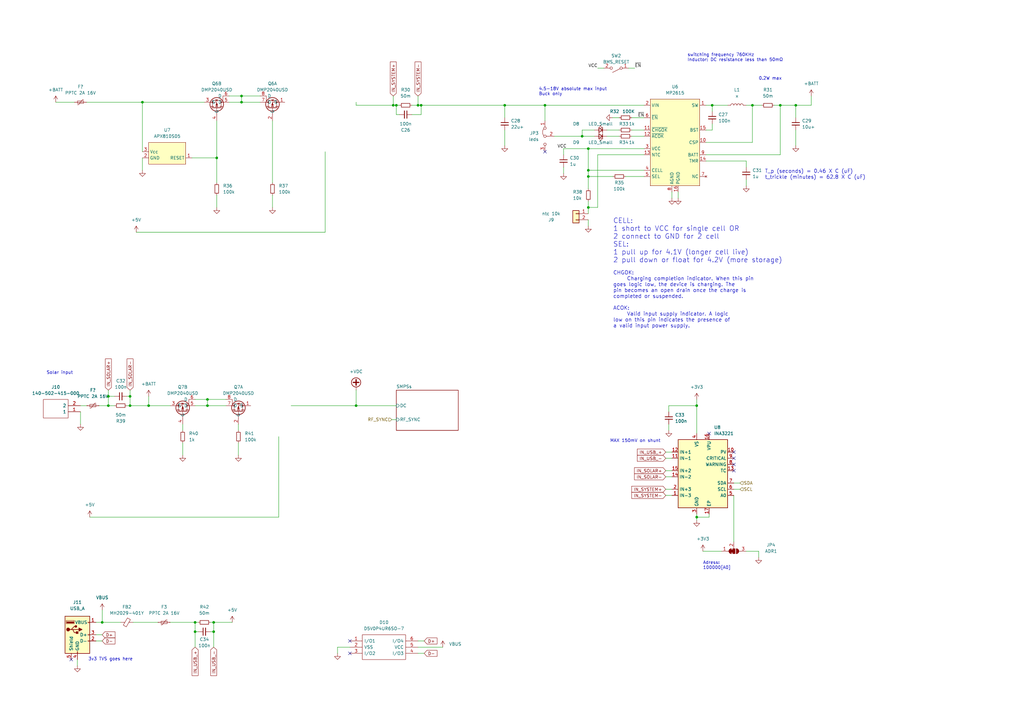
<source format=kicad_sch>
(kicad_sch (version 20211123) (generator eeschema)
  (paper "A3")
  (lib_symbols
    (symbol "Connector:USB_A" (pin_names (offset 1.016))
      (property "Reference" "J" (at -5.08 11.43 0))
      (property "Value" "USB_A" (at -5.08 8.89 0))
      (symbol "USB_A_0_1"
        (rectangle (start -5.08 -7.62) (end 5.08 7.62) (stroke (width 0.254)) (fill (type background)))
        (circle (center -3.81 2.159) (radius 0.635) (stroke (width 0.254)) (fill (type outline)))
        (rectangle (start -1.524 4.826) (end -4.318 5.334) (fill (type outline)))
        (rectangle (start -1.27 4.572) (end -4.572 5.842))
        (circle (center -0.635 3.429) (radius 0.381) (stroke (width 0.254)) (fill (type outline)))
        (rectangle (start -0.127 -7.62) (end 0.127 -6.858))
        (polyline (pts (xy -3.175 2.159) (xy -2.54 2.159) (xy -1.27 3.429) (xy -0.635 3.429)) (stroke (width 0.254)))
        (polyline (pts (xy -2.54 2.159) (xy -1.905 2.159) (xy -1.27 0.889) (xy 0 0.889)) (stroke (width 0.254)))
        (polyline (pts (xy 0.635 2.794) (xy 0.635 1.524) (xy 1.905 2.159) (xy 0.635 2.794)) (stroke (width 0.254)) (fill (type outline)))
        (rectangle (start 0.254 1.27) (end -0.508 0.508) (stroke (width 0.254)) (fill (type outline)))
        (rectangle (start 5.08 -2.667) (end 4.318 -2.413))
        (rectangle (start 5.08 -0.127) (end 4.318 0.127))
        (rectangle (start 5.08 4.953) (end 4.318 5.207))
      )
      (symbol "USB_A_1_1"
        (polyline (pts (xy -1.905 2.159) (xy 0.635 2.159)) (stroke (width 0.254)))
        (pin power_in line (at 7.62 5.08 180) (length 2.54) (name "VBUS") (number "1"))
        (pin bidirectional line (at 7.62 -2.54 180) (length 2.54) (name "D-") (number "2"))
        (pin bidirectional line (at 7.62 0 180) (length 2.54) (name "D+") (number "3"))
        (pin power_in line (at 0 -10.16 90) (length 2.54) (name "GND") (number "4"))
        (pin passive line (at -2.54 -10.16 90) (length 2.54) (name "Shield") (number "5"))
      )
    )
    (symbol "Connector_Generic:Conn_01x02" (pin_names (offset 1.016) hide)
      (property "Reference" "J" (at 0 2.54 0))
      (property "Value" "Conn_01x02" (at 0 -5.08 0))
      (symbol "Conn_01x02_1_1"
        (rectangle (start -1.27 -2.413) (end 0 -2.667) (stroke (width 0.1524)))
        (rectangle (start -1.27 0.127) (end 0 -0.127) (stroke (width 0.1524)))
        (rectangle (start -1.27 1.27) (end 1.27 -3.81) (stroke (width 0.254)) (fill (type background)))
        (pin passive line (at -5.08 0 0) (length 3.81) (name "Pin_1") (number "1"))
        (pin passive line (at -5.08 -2.54 0) (length 3.81) (name "Pin_2") (number "2"))
      )
    )
    (symbol "Device:C_Small" (pin_numbers hide) (pin_names (offset 0.254) hide)
      (property "Reference" "C" (at 0.254 1.778 0))
      (property "Value" "C_Small" (at 0.254 -2.032 0))
      (symbol "C_Small_0_1"
        (polyline (pts (xy -1.524 -0.508) (xy 1.524 -0.508)) (stroke (width 0.3302)))
        (polyline (pts (xy -1.524 0.508) (xy 1.524 0.508)) (stroke (width 0.3048)))
      )
      (symbol "C_Small_1_1"
        (pin passive line (at 0 2.54 270) (length 2.032) (name "~") (number "1"))
        (pin passive line (at 0 -2.54 90) (length 2.032) (name "~") (number "2"))
      )
    )
    (symbol "Device:FerriteBead_Small" (pin_numbers hide) (pin_names (offset 0))
      (property "Reference" "FB" (at 1.905 1.27 0))
      (property "Value" "FerriteBead_Small" (at 1.905 -1.27 0))
      (symbol "FerriteBead_Small_0_1"
        (polyline (pts (xy 0 -1.27) (xy 0 -0.7874)))
        (polyline (pts (xy 0 0.889) (xy 0 1.2954)))
        (polyline (pts (xy -1.8288 0.2794) (xy -1.1176 1.4986) (xy 1.8288 -0.2032) (xy 1.1176 -1.4224) (xy -1.8288 0.2794)))
      )
      (symbol "FerriteBead_Small_1_1"
        (pin passive line (at 0 2.54 270) (length 1.27) (name "~") (number "1"))
        (pin passive line (at 0 -2.54 90) (length 1.27) (name "~") (number "2"))
      )
    )
    (symbol "Device:L" (pin_numbers hide) (pin_names (offset 1.016) hide)
      (property "Reference" "L" (at -1.27 0 90))
      (property "Value" "L" (at 1.905 0 90))
      (symbol "L_0_1"
        (arc (start 0 -2.54) (mid 0.635 -1.905) (end 0 -1.27))
        (arc (start 0 -1.27) (mid 0.635 -0.635) (end 0 0))
        (arc (start 0 0) (mid 0.635 0.635) (end 0 1.27))
        (arc (start 0 1.27) (mid 0.635 1.905) (end 0 2.54))
      )
      (symbol "L_1_1"
        (pin passive line (at 0 3.81 270) (length 1.27) (name "1") (number "1"))
        (pin passive line (at 0 -3.81 90) (length 1.27) (name "2") (number "2"))
      )
    )
    (symbol "Device:LED_Small" (pin_numbers hide) (pin_names (offset 0.254) hide)
      (property "Reference" "D" (at -1.27 3.175 0))
      (property "Value" "LED_Small" (at -4.445 -2.54 0))
      (symbol "LED_Small_0_1"
        (polyline (pts (xy -0.762 -1.016) (xy -0.762 1.016)) (stroke (width 0.254)))
        (polyline (pts (xy 1.016 0) (xy -0.762 0)))
        (polyline (pts (xy 0.762 -1.016) (xy -0.762 0) (xy 0.762 1.016) (xy 0.762 -1.016)) (stroke (width 0.254)))
        (polyline (pts (xy 0 0.762) (xy -0.508 1.27) (xy -0.254 1.27) (xy -0.508 1.27) (xy -0.508 1.016)))
        (polyline (pts (xy 0.508 1.27) (xy 0 1.778) (xy 0.254 1.778) (xy 0 1.778) (xy 0 1.524)))
      )
      (symbol "LED_Small_1_1"
        (pin passive line (at -2.54 0 0) (length 1.778) (name "K") (number "1"))
        (pin passive line (at 2.54 0 180) (length 1.778) (name "A") (number "2"))
      )
    )
    (symbol "Device:Polyfuse_Small" (pin_numbers hide) (pin_names (offset 0))
      (property "Reference" "F" (at -1.905 0 90))
      (property "Value" "Polyfuse_Small" (at 1.905 0 90))
      (symbol "Polyfuse_Small_0_1"
        (rectangle (start -0.508 1.27) (end 0.508 -1.27))
        (polyline (pts (xy 0 2.54) (xy 0 -2.54)))
        (polyline (pts (xy -1.016 1.27) (xy -1.016 0.762) (xy 1.016 -0.762) (xy 1.016 -1.27)))
      )
      (symbol "Polyfuse_Small_1_1"
        (pin passive line (at 0 2.54 270) (length 0.635) (name "~") (number "1"))
        (pin passive line (at 0 -2.54 90) (length 0.635) (name "~") (number "2"))
      )
    )
    (symbol "Device:R_Small" (pin_numbers hide) (pin_names (offset 0.254) hide)
      (property "Reference" "R" (at 0.762 0.508 0))
      (property "Value" "R_Small" (at 0.762 -1.016 0))
      (symbol "R_Small_0_1"
        (rectangle (start -0.762 1.778) (end 0.762 -1.778) (stroke (width 0.2032)))
      )
      (symbol "R_Small_1_1"
        (pin passive line (at 0 2.54 270) (length 0.762) (name "~") (number "1"))
        (pin passive line (at 0 -2.54 90) (length 0.762) (name "~") (number "2"))
      )
    )
    (symbol "Jumper:Jumper_3_Bridged12" (pin_names (offset 0) hide)
      (property "Reference" "JP" (at -2.54 -2.54 0))
      (property "Value" "Jumper_3_Bridged12" (at 0 2.794 0))
      (symbol "Jumper_3_Bridged12_0_0"
        (circle (center -3.302 0) (radius 0.508))
        (circle (center 0 0) (radius 0.508))
        (circle (center 3.302 0) (radius 0.508))
      )
      (symbol "Jumper_3_Bridged12_0_1"
        (arc (start -0.254 0.508) (mid -1.651 0.9912) (end -3.048 0.508))
        (polyline (pts (xy 0 -1.27) (xy 0 -0.508)))
      )
      (symbol "Jumper_3_Bridged12_1_1"
        (pin passive line (at -6.35 0 0) (length 2.54) (name "A") (number "1"))
        (pin passive line (at 0 -3.81 90) (length 2.54) (name "C") (number "2"))
        (pin passive line (at 6.35 0 180) (length 2.54) (name "B") (number "3"))
      )
    )
    (symbol "Jumper:SolderJumper_3_Bridged12" (pin_names (offset 0) hide)
      (property "Reference" "JP" (at -2.54 -2.54 0))
      (property "Value" "SolderJumper_3_Bridged12" (at 0 2.794 0))
      (symbol "SolderJumper_3_Bridged12_0_1"
        (rectangle (start -1.016 0.508) (end -0.508 -0.508) (fill (type outline)))
        (arc (start -1.016 1.016) (mid -2.032 0) (end -1.016 -1.016))
        (arc (start -1.016 1.016) (mid -2.032 0) (end -1.016 -1.016) (fill (type outline)))
        (rectangle (start -0.508 1.016) (end 0.508 -1.016) (fill (type outline)))
        (polyline (pts (xy -2.54 0) (xy -2.032 0)))
        (polyline (pts (xy -1.016 1.016) (xy -1.016 -1.016)))
        (polyline (pts (xy 0 -1.27) (xy 0 -1.016)))
        (polyline (pts (xy 1.016 1.016) (xy 1.016 -1.016)))
        (polyline (pts (xy 2.54 0) (xy 2.032 0)))
        (arc (start 1.016 -1.016) (mid 2.032 0) (end 1.016 1.016))
        (arc (start 1.016 -1.016) (mid 2.032 0) (end 1.016 1.016) (fill (type outline)))
      )
      (symbol "SolderJumper_3_Bridged12_1_1"
        (pin passive line (at -5.08 0 0) (length 2.54) (name "A") (number "1"))
        (pin passive line (at 0 -3.81 90) (length 2.54) (name "C") (number "2"))
        (pin passive line (at 5.08 0 180) (length 2.54) (name "B") (number "3"))
      )
    )
    (symbol "My_custom_lib:APX810S05"
      (property "Reference" "U" (at 0 6.35 0))
      (property "Value" "APX810S05" (at 0 3.81 0))
      (symbol "APX810S05_0_1"
        (rectangle (start -6.35 5.08) (end 8.89 -3.81) (fill (type background)))
      )
      (symbol "APX810S05_1_1"
        (pin output line (at 11.43 -1.27 180) (length 2.54) (name "RESET") (number "1"))
        (pin power_in line (at -8.89 -1.27 0) (length 2.54) (name "GND") (number "2"))
        (pin power_in line (at -8.89 1.27 0) (length 2.54) (name "Vcc") (number "3"))
      )
    )
    (symbol "My_custom_lib:DMP2040USD"
      (property "Reference" "Q" (at -7.62 5.08 0))
      (property "Value" "DMP2040USD" (at -7.62 7.62 0))
      (symbol "DMP2040USD_0_1"
        (circle (center -0.889 0) (radius 2.794) (stroke (width 0.254)))
        (circle (center 0 -1.778) (radius 0.254) (fill (type outline)))
        (polyline (pts (xy -2.286 0) (xy -5.08 0)))
        (polyline (pts (xy -2.286 1.905) (xy -2.286 -1.905)) (stroke (width 0.254)))
        (polyline (pts (xy -1.778 -1.27) (xy -1.778 -2.286)) (stroke (width 0.254)))
        (polyline (pts (xy -1.778 0.508) (xy -1.778 -0.508)) (stroke (width 0.254)))
        (polyline (pts (xy -1.778 2.286) (xy -1.778 1.27)) (stroke (width 0.254)))
        (polyline (pts (xy 0 2.54) (xy 0 1.778)))
        (polyline (pts (xy 2.54 2.54) (xy 0 2.54)))
        (polyline (pts (xy 0 -2.54) (xy 0 0) (xy -1.778 0)))
        (polyline (pts (xy -1.778 1.778) (xy 0.762 1.778) (xy 0.762 -1.778) (xy -1.778 -1.778)))
        (polyline (pts (xy -0.254 0) (xy -1.27 0.381) (xy -1.27 -0.381) (xy -0.254 0)) (fill (type outline)))
        (polyline (pts (xy 0.254 -0.508) (xy 0.381 -0.381) (xy 1.143 -0.381) (xy 1.27 -0.254)))
        (polyline (pts (xy 0.762 -0.381) (xy 0.381 0.254) (xy 1.143 0.254) (xy 0.762 -0.381)))
        (circle (center 0 1.778) (radius 0.254) (fill (type outline)))
      )
      (symbol "DMP2040USD_1_1"
        (pin passive line (at 0 -5.08 90) (length 2.54) (name "S") (number "1"))
        (pin passive line (at -7.62 0 0) (length 2.54) (name "G") (number "2"))
        (pin passive line (at 0 5.08 270) (length 2.54) (name "D") (number "7"))
        (pin passive line (at 2.54 5.08 270) (length 2.54) (name "D") (number "8"))
      )
      (symbol "DMP2040USD_2_1"
        (pin passive line (at 0 -5.08 90) (length 2.54) (name "S") (number "3"))
        (pin passive line (at -7.62 0 0) (length 2.54) (name "G") (number "4"))
        (pin passive line (at 0 5.08 270) (length 2.54) (name "D") (number "5"))
        (pin passive line (at 2.54 5.08 270) (length 2.54) (name "D") (number "6"))
      )
    )
    (symbol "My_custom_lib:MP2615"
      (property "Reference" "U" (at 0 22.86 0))
      (property "Value" "MP2615" (at 0 20.32 0))
      (symbol "MP2615_0_1"
        (rectangle (start -10.16 17.78) (end 10.16 -17.78) (fill (type background)))
      )
      (symbol "MP2615_1_1"
        (pin power_out line (at 12.7 15.24 180) (length 2.54) (name "SW") (number "1"))
        (pin input line (at 12.7 0 180) (length 2.54) (name "CSP") (number "10"))
        (pin input line (at -12.7 5.08 0) (length 2.54) (name "~{CHGOK}") (number "11"))
        (pin input line (at -12.7 2.54 0) (length 2.54) (name "~{ACOK}") (number "12"))
        (pin input line (at -12.7 -5.08 0) (length 2.54) (name "NTC") (number "13"))
        (pin input line (at 12.7 -7.62 180) (length 2.54) (name "TMR") (number "14"))
        (pin input line (at 12.7 5.08 180) (length 2.54) (name "BST") (number "15"))
        (pin power_in line (at 1.27 -20.32 90) (length 2.54) (name "PGND") (number "16"))
        (pin power_in line (at -12.7 15.24 0) (length 2.54) (name "VIN") (number "2"))
        (pin power_out line (at -12.7 -2.54 0) (length 2.54) (name "VCC") (number "3"))
        (pin input line (at -12.7 -11.43 0) (length 2.54) (name "CELL") (number "4"))
        (pin input line (at -12.7 -13.97 0) (length 2.54) (name "SEL") (number "5"))
        (pin input line (at -12.7 10.16 0) (length 2.54) (name "~{EN}") (number "6"))
        (pin no_connect line (at 12.7 -13.97 180) (length 2.54) (name "NC") (number "7"))
        (pin power_in line (at -1.27 -20.32 90) (length 2.54) (name "AGND") (number "8"))
        (pin input line (at 12.7 -5.08 180) (length 2.54) (name "BATT") (number "9"))
      )
    )
    (symbol "Power_Management:INA3221"
      (property "Reference" "U" (at -10.16 17.78 0))
      (property "Value" "INA3221" (at 5.08 17.78 0))
      (symbol "INA3221_0_1"
        (rectangle (start 10.16 -12.7) (end -10.16 15.24) (stroke (width 0.254)) (fill (type background)))
      )
      (symbol "INA3221_1_1"
        (pin input line (at -12.7 -7.62 0) (length 2.54) (name "IN-3") (number "1"))
        (pin open_collector line (at 12.7 10.16 180) (length 2.54) (name "PV") (number "10"))
        (pin input line (at -12.7 7.62 0) (length 2.54) (name "IN-1") (number "11"))
        (pin input line (at -12.7 10.16 0) (length 2.54) (name "IN+1") (number "12"))
        (pin open_collector line (at 12.7 2.54 180) (length 2.54) (name "TC") (number "13"))
        (pin input line (at -12.7 0 0) (length 2.54) (name "IN-2") (number "14"))
        (pin input line (at -12.7 2.54 0) (length 2.54) (name "IN+2") (number "15"))
        (pin power_in line (at 2.54 17.78 270) (length 2.54) (name "VPU") (number "16"))
        (pin passive line (at 2.54 -15.24 90) (length 2.54) (name "EP") (number "17"))
        (pin input line (at -12.7 -5.08 0) (length 2.54) (name "IN+3") (number "2"))
        (pin power_in line (at -2.54 -15.24 90) (length 2.54) (name "GND") (number "3"))
        (pin power_in line (at -2.54 17.78 270) (length 2.54) (name "VS") (number "4"))
        (pin input line (at 12.7 -7.62 180) (length 2.54) (name "A0") (number "5"))
        (pin input line (at 12.7 -5.08 180) (length 2.54) (name "SCL") (number "6"))
        (pin bidirectional line (at 12.7 -2.54 180) (length 2.54) (name "SDA") (number "7"))
        (pin open_collector line (at 12.7 5.08 180) (length 2.54) (name "WARNING") (number "8"))
        (pin open_collector line (at 12.7 7.62 180) (length 2.54) (name "CRITICAL") (number "9"))
      )
    )
    (symbol "SamacSys_Parts:140-502-415-000" (pin_names (offset 0.762))
      (property "Reference" "J" (at 16.51 7.62 0))
      (property "Value" "140-502-415-000" (at 16.51 5.08 0))
      (symbol "140-502-415-000_0_0"
        (pin passive line (at 0 0 0) (length 5.08) (name "1") (number "1"))
        (pin passive line (at 0 -2.54 0) (length 5.08) (name "2") (number "2"))
      )
      (symbol "140-502-415-000_0_1"
        (polyline (pts (xy 5.08 2.54) (xy 15.24 2.54) (xy 15.24 -5.08) (xy 5.08 -5.08) (xy 5.08 2.54)) (stroke (width 0.1524)))
      )
    )
    (symbol "SamacSys_Parts:D5V0P4UR6SO-7" (pin_names (offset 0.762))
      (property "Reference" "D" (at 24.13 7.62 0))
      (property "Value" "D5V0P4UR6SO-7" (at 24.13 5.08 0))
      (symbol "D5V0P4UR6SO-7_0_0"
        (pin passive line (at 0 0 0) (length 5.08) (name "I/O1") (number "1"))
        (pin passive line (at 0 -2.54 0) (length 5.08) (name "VSS") (number "2"))
        (pin passive line (at 0 -5.08 0) (length 5.08) (name "I/O2") (number "3"))
        (pin passive line (at 27.94 -5.08 180) (length 5.08) (name "I/O3") (number "4"))
        (pin passive line (at 27.94 -2.54 180) (length 5.08) (name "VCC") (number "5"))
        (pin passive line (at 27.94 0 180) (length 5.08) (name "I/O4") (number "6"))
      )
      (symbol "D5V0P4UR6SO-7_0_1"
        (polyline (pts (xy 5.08 2.54) (xy 22.86 2.54) (xy 22.86 -7.62) (xy 5.08 -7.62) (xy 5.08 2.54)) (stroke (width 0.1524)))
      )
    )
    (symbol "Switch:SW_SPST" (pin_names (offset 0) hide)
      (property "Reference" "SW" (at 0 3.175 0))
      (property "Value" "SW_SPST" (at 0 -2.54 0))
      (symbol "SW_SPST_0_0"
        (circle (center -2.032 0) (radius 0.508))
        (polyline (pts (xy -1.524 0.254) (xy 1.524 1.778)))
        (circle (center 2.032 0) (radius 0.508))
      )
      (symbol "SW_SPST_1_1"
        (pin passive line (at -5.08 0 0) (length 2.54) (name "A") (number "1"))
        (pin passive line (at 5.08 0 180) (length 2.54) (name "B") (number "2"))
      )
    )
    (symbol "power:+3V3" (power) (pin_names (offset 0))
      (property "Value" "+3V3" (at 0 3.556 0))
      (symbol "+3V3_0_1"
        (polyline (pts (xy -0.762 1.27) (xy 0 2.54)))
        (polyline (pts (xy 0 0) (xy 0 2.54)))
        (polyline (pts (xy 0 2.54) (xy 0.762 1.27)))
      )
      (symbol "+3V3_1_1"
        (pin power_in line (at 0 0 90) (length 0) hide (name "+3V3") (number "1"))
      )
    )
    (symbol "power:+5V" (power) (pin_names (offset 0))
      (property "Value" "+5V" (at 0 3.556 0))
      (symbol "+5V_0_1"
        (polyline (pts (xy -0.762 1.27) (xy 0 2.54)))
        (polyline (pts (xy 0 0) (xy 0 2.54)))
        (polyline (pts (xy 0 2.54) (xy 0.762 1.27)))
      )
      (symbol "+5V_1_1"
        (pin power_in line (at 0 0 90) (length 0) hide (name "+5V") (number "1"))
      )
    )
    (symbol "power:+BATT" (power) (pin_names (offset 0))
      (property "Value" "+BATT" (at 0 3.556 0))
      (symbol "+BATT_0_1"
        (polyline (pts (xy -0.762 1.27) (xy 0 2.54)))
        (polyline (pts (xy 0 0) (xy 0 2.54)))
        (polyline (pts (xy 0 2.54) (xy 0.762 1.27)))
      )
      (symbol "+BATT_1_1"
        (pin power_in line (at 0 0 90) (length 0) hide (name "+BATT") (number "1"))
      )
    )
    (symbol "power:+VDC" (power) (pin_names (offset 0))
      (property "Value" "+VDC" (at 0 6.35 0))
      (symbol "+VDC_0_1"
        (polyline (pts (xy -1.143 3.175) (xy 1.143 3.175)) (stroke (width 0.508)))
        (polyline (pts (xy 0 0) (xy 0 1.27)))
        (polyline (pts (xy 0 2.032) (xy 0 4.318)) (stroke (width 0.508)))
        (circle (center 0 3.175) (radius 1.905) (stroke (width 0.254)))
      )
      (symbol "+VDC_1_1"
        (pin power_in line (at 0 0 90) (length 0) hide (name "+VDC") (number "1"))
      )
    )
    (symbol "power:GND" (power) (pin_names (offset 0))
      (property "Value" "GND" (at 0 -3.81 0))
      (symbol "GND_0_1"
        (polyline (pts (xy 0 0) (xy 0 -1.27) (xy 1.27 -1.27) (xy 0 -2.54) (xy -1.27 -1.27) (xy 0 -1.27)))
      )
      (symbol "GND_1_1"
        (pin power_in line (at 0 0 270) (length 0) hide (name "GND") (number "1"))
      )
    )
    (symbol "power:VBUS" (power) (pin_names (offset 0))
      (property "Value" "VBUS" (at 0 3.81 0))
      (symbol "VBUS_0_1"
        (polyline (pts (xy -0.762 1.27) (xy 0 2.54)))
        (polyline (pts (xy 0 0) (xy 0 2.54)))
        (polyline (pts (xy 0 2.54) (xy 0.762 1.27)))
      )
      (symbol "VBUS_1_1"
        (pin power_in line (at 0 0 90) (length 0) hide (name "VBUS") (number "1"))
      )
    )
  )
  (junction (at 241.3 72.39))
  (junction (at 53.34 166.37))
  (junction (at 88.9 64.77))
  (junction (at 58.42 41.91))
  (junction (at 80.01 259.08))
  (junction (at 41.91 255.27))
  (junction (at 285.75 166.37))
  (junction (at 44.45 162.56))
  (junction (at 53.34 162.56))
  (junction (at 308.61 43.18))
  (junction (at 44.45 166.37))
  (junction (at 146.05 166.37))
  (junction (at 80.01 255.27))
  (junction (at 99.06 39.37))
  (junction (at 161.29 43.18))
  (junction (at 241.3 60.96))
  (junction (at 320.04 43.18))
  (junction (at 207.01 43.18))
  (junction (at 85.09 166.37))
  (junction (at 172.72 43.18))
  (junction (at 171.45 43.18))
  (junction (at 87.63 259.08))
  (junction (at 326.39 43.18))
  (junction (at 223.52 43.18))
  (junction (at 292.1 43.18))
  (junction (at 85.09 163.83))
  (junction (at 238.76 55.88))
  (junction (at 162.56 43.18))
  (junction (at 99.06 41.91))
  (junction (at 241.3 85.09))
  (junction (at 87.63 255.27))
  (junction (at 285.75 212.09))
  (junction (at 241.3 69.85))
  (junction (at 60.96 166.37))
  (no_connect (at 300.99 193.04))
  (no_connect (at 29.21 270.51))
  (no_connect (at 300.99 190.5))
  (no_connect (at 143.51 267.97))
  (no_connect (at 143.51 262.89))
  (no_connect (at 300.99 187.96))
  (no_connect (at 223.52 62.23))
  (no_connect (at 290.83 177.8))
  (no_connect (at 300.99 185.42))
  (wire (pts (xy 306.07 43.18) (xy 308.61 43.18)))
  (wire (pts (xy 231.14 63.5) (xy 231.14 60.96)))
  (wire (pts (xy 58.42 41.91) (xy 83.82 41.91)))
  (wire (pts (xy 97.79 181.61) (xy 97.79 186.69)))
  (wire (pts (xy 44.45 162.56) (xy 46.99 162.56)))
  (wire (pts (xy 22.86 41.91) (xy 30.48 41.91)))
  (wire (pts (xy 60.96 162.56) (xy 60.96 166.37)))
  (wire (pts (xy 285.75 166.37) (xy 285.75 177.8)))
  (wire (pts (xy 86.36 255.27) (xy 87.63 255.27)))
  (wire (pts (xy 168.91 46.99) (xy 172.72 46.99)))
  (wire (pts (xy 171.45 262.89) (xy 173.99 262.89)))
  (wire (pts (xy 238.76 53.34) (xy 238.76 55.88)))
  (wire (pts (xy 40.64 166.37) (xy 44.45 166.37)))
  (wire (pts (xy 292.1 53.34) (xy 292.1 50.8)))
  (wire (pts (xy 172.72 43.18) (xy 207.01 43.18)))
  (wire (pts (xy 53.34 166.37) (xy 53.34 162.56)))
  (wire (pts (xy 87.63 259.08) (xy 87.63 265.43)))
  (wire (pts (xy 241.3 72.39) (xy 251.46 72.39)))
  (wire (pts (xy 41.91 250.19) (xy 41.91 255.27)))
  (wire (pts (xy 87.63 255.27) (xy 87.63 259.08)))
  (wire (pts (xy 278.13 78.74) (xy 278.13 81.28)))
  (wire (pts (xy 53.34 162.56) (xy 53.34 160.02)))
  (wire (pts (xy 88.9 64.77) (xy 88.9 74.93)))
  (wire (pts (xy 181.61 265.43) (xy 171.45 265.43)))
  (wire (pts (xy 300.99 200.66) (xy 303.53 200.66)))
  (wire (pts (xy 308.61 58.42) (xy 308.61 43.18)))
  (wire (pts (xy 275.59 78.74) (xy 275.59 81.28)))
  (wire (pts (xy 33.02 166.37) (xy 35.56 166.37)))
  (wire (pts (xy 306.07 73.66) (xy 306.07 76.2)))
  (wire (pts (xy 317.5 43.18) (xy 320.04 43.18)))
  (wire (pts (xy 41.91 255.27) (xy 49.53 255.27)))
  (wire (pts (xy 93.98 39.37) (xy 99.06 39.37)))
  (wire (pts (xy 55.88 95.25) (xy 133.35 95.25)))
  (wire (pts (xy 285.75 210.82) (xy 285.75 212.09)))
  (wire (pts (xy 171.45 39.37) (xy 171.45 43.18)))
  (wire (pts (xy 99.06 39.37) (xy 99.06 41.91)))
  (wire (pts (xy 241.3 69.85) (xy 241.3 72.39)))
  (wire (pts (xy 306.07 68.58) (xy 306.07 66.04)))
  (wire (pts (xy 245.11 27.94) (xy 247.65 27.94)))
  (wire (pts (xy 161.29 39.37) (xy 161.29 43.18)))
  (wire (pts (xy 259.08 55.88) (xy 264.16 55.88)))
  (wire (pts (xy 308.61 43.18) (xy 312.42 43.18)))
  (wire (pts (xy 320.04 63.5) (xy 289.56 63.5)))
  (wire (pts (xy 80.01 259.08) (xy 81.28 259.08)))
  (wire (pts (xy 306.07 226.06) (xy 311.15 226.06)))
  (wire (pts (xy 251.2496 48.26) (xy 254 48.26)))
  (wire (pts (xy 58.42 64.77) (xy 58.42 69.85)))
  (wire (pts (xy 231.14 68.58) (xy 231.14 71.12)))
  (wire (pts (xy 300.99 203.2) (xy 300.99 222.25)))
  (wire (pts (xy 31.75 270.51) (xy 31.75 273.05)))
  (wire (pts (xy 227.33 55.88) (xy 238.76 55.88)))
  (wire (pts (xy 99.06 41.91) (xy 106.68 41.91)))
  (wire (pts (xy 248.92 53.34) (xy 254 53.34)))
  (wire (pts (xy 241.3 85.09) (xy 245.11 85.09)))
  (wire (pts (xy 163.83 46.99) (xy 162.56 46.99)))
  (wire (pts (xy 111.76 49.53) (xy 111.76 74.93)))
  (wire (pts (xy 274.32 173.99) (xy 274.32 176.53)))
  (wire (pts (xy 53.34 166.37) (xy 60.96 166.37)))
  (wire (pts (xy 320.04 43.18) (xy 326.39 43.18)))
  (wire (pts (xy 39.37 262.89) (xy 41.91 262.89)))
  (wire (pts (xy 74.93 173.99) (xy 74.93 176.53)))
  (wire (pts (xy 288.29 226.06) (xy 295.91 226.06)))
  (wire (pts (xy 80.01 163.83) (xy 85.09 163.83)))
  (wire (pts (xy 320.04 43.18) (xy 320.04 63.5)))
  (wire (pts (xy 207.01 43.18) (xy 223.52 43.18)))
  (wire (pts (xy 241.3 90.17) (xy 241.3 92.71)))
  (wire (pts (xy 138.43 265.43) (xy 143.51 265.43)))
  (wire (pts (xy 74.93 181.61) (xy 74.93 186.69)))
  (wire (pts (xy 223.52 49.53) (xy 223.52 43.18)))
  (wire (pts (xy 290.83 212.09) (xy 285.75 212.09)))
  (wire (pts (xy 146.05 43.18) (xy 161.29 43.18)))
  (wire (pts (xy 171.45 267.97) (xy 173.99 267.97)))
  (wire (pts (xy 273.05 200.66) (xy 275.59 200.66)))
  (wire (pts (xy 114.3 179.07) (xy 114.3 212.09)))
  (wire (pts (xy 58.42 41.91) (xy 58.42 62.23)))
  (wire (pts (xy 35.56 41.91) (xy 58.42 41.91)))
  (wire (pts (xy 88.9 49.53) (xy 88.9 64.77)))
  (wire (pts (xy 273.05 185.42) (xy 275.59 185.42)))
  (wire (pts (xy 80.01 255.27) (xy 81.28 255.27)))
  (wire (pts (xy 33.02 168.91) (xy 33.02 173.99)))
  (wire (pts (xy 207.01 53.34) (xy 207.01 59.69)))
  (wire (pts (xy 146.05 41.91) (xy 146.05 43.18)))
  (wire (pts (xy 207.01 43.18) (xy 207.01 48.26)))
  (wire (pts (xy 162.56 43.18) (xy 162.56 46.99)))
  (wire (pts (xy 290.83 210.82) (xy 290.83 212.09)))
  (wire (pts (xy 311.15 226.06) (xy 311.15 228.6)))
  (wire (pts (xy 97.79 173.99) (xy 97.79 176.53)))
  (wire (pts (xy 161.29 43.18) (xy 162.56 43.18)))
  (wire (pts (xy 241.3 60.96) (xy 241.3 69.85)))
  (wire (pts (xy 87.63 255.27) (xy 95.25 255.27)))
  (wire (pts (xy 259.08 48.26) (xy 264.16 48.26)))
  (wire (pts (xy 241.3 85.09) (xy 241.3 82.55)))
  (wire (pts (xy 85.09 163.83) (xy 85.09 166.37)))
  (wire (pts (xy 326.39 43.18) (xy 332.74 43.18)))
  (wire (pts (xy 39.37 260.35) (xy 41.91 260.35)))
  (wire (pts (xy 231.14 60.96) (xy 241.3 60.96)))
  (wire (pts (xy 162.56 43.18) (xy 163.83 43.18)))
  (wire (pts (xy 241.3 87.63) (xy 241.3 85.09)))
  (wire (pts (xy 44.45 166.37) (xy 46.99 166.37)))
  (wire (pts (xy 85.09 163.83) (xy 92.71 163.83)))
  (wire (pts (xy 160.655 172.085) (xy 162.56 172.085)))
  (wire (pts (xy 241.3 60.96) (xy 264.16 60.96)))
  (wire (pts (xy 274.32 168.91) (xy 274.32 166.37)))
  (wire (pts (xy 111.76 80.01) (xy 111.76 85.09)))
  (wire (pts (xy 85.09 166.37) (xy 92.71 166.37)))
  (wire (pts (xy 138.43 265.43) (xy 138.43 267.97)))
  (wire (pts (xy 80.01 265.43) (xy 80.01 259.08)))
  (wire (pts (xy 326.39 53.34) (xy 326.39 59.69)))
  (wire (pts (xy 54.61 255.27) (xy 64.77 255.27)))
  (wire (pts (xy 273.05 203.2) (xy 275.59 203.2)))
  (wire (pts (xy 245.11 63.5) (xy 245.11 85.09)))
  (wire (pts (xy 289.56 53.34) (xy 292.1 53.34)))
  (wire (pts (xy 36.83 212.09) (xy 114.3 212.09)))
  (wire (pts (xy 168.91 43.18) (xy 171.45 43.18)))
  (wire (pts (xy 326.39 43.18) (xy 326.39 48.26)))
  (wire (pts (xy 223.52 43.18) (xy 264.16 43.18)))
  (wire (pts (xy 93.98 41.91) (xy 99.06 41.91)))
  (wire (pts (xy 52.07 162.56) (xy 53.34 162.56)))
  (wire (pts (xy 289.56 66.04) (xy 306.07 66.04)))
  (wire (pts (xy 273.05 193.04) (xy 275.59 193.04)))
  (wire (pts (xy 241.3 72.39) (xy 241.3 77.47)))
  (wire (pts (xy 60.96 166.37) (xy 69.85 166.37)))
  (wire (pts (xy 86.36 259.08) (xy 87.63 259.08)))
  (wire (pts (xy 257.81 27.94) (xy 260.35 27.94)))
  (wire (pts (xy 292.1 43.18) (xy 298.45 43.18)))
  (wire (pts (xy 44.45 162.56) (xy 44.45 160.02)))
  (wire (pts (xy 256.54 72.39) (xy 264.16 72.39)))
  (wire (pts (xy 99.06 39.37) (xy 106.68 39.37)))
  (wire (pts (xy 285.75 163.83) (xy 285.75 166.37)))
  (wire (pts (xy 238.76 55.88) (xy 243.84 55.88)))
  (wire (pts (xy 289.56 43.18) (xy 292.1 43.18)))
  (wire (pts (xy 285.75 212.09) (xy 285.75 213.36)))
  (wire (pts (xy 171.45 43.18) (xy 172.72 43.18)))
  (wire (pts (xy 172.72 46.99) (xy 172.72 43.18)))
  (wire (pts (xy 39.37 255.27) (xy 41.91 255.27)))
  (wire (pts (xy 300.99 198.12) (xy 303.53 198.12)))
  (wire (pts (xy 146.05 166.37) (xy 162.56 166.37)))
  (wire (pts (xy 80.01 166.37) (xy 85.09 166.37)))
  (wire (pts (xy 273.05 187.96) (xy 275.59 187.96)))
  (wire (pts (xy 248.92 55.88) (xy 254 55.88)))
  (wire (pts (xy 289.56 58.42) (xy 308.61 58.42)))
  (wire (pts (xy 44.45 166.37) (xy 44.45 162.56)))
  (wire (pts (xy 332.74 39.37) (xy 332.74 43.18)))
  (wire (pts (xy 80.01 255.27) (xy 80.01 259.08)))
  (wire (pts (xy 69.85 255.27) (xy 80.01 255.27)))
  (wire (pts (xy 78.74 64.77) (xy 88.9 64.77)))
  (wire (pts (xy 52.07 166.37) (xy 53.34 166.37)))
  (wire (pts (xy 273.05 195.58) (xy 275.59 195.58)))
  (wire (pts (xy 292.1 45.72) (xy 292.1 43.18)))
  (wire (pts (xy 274.32 166.37) (xy 285.75 166.37)))
  (wire (pts (xy 243.84 53.34) (xy 238.76 53.34)))
  (wire (pts (xy 119.38 166.37) (xy 146.05 166.37)))
  (wire (pts (xy 146.05 160.02) (xy 146.05 166.37)))
  (wire (pts (xy 88.9 80.01) (xy 88.9 85.09)))
  (wire (pts (xy 133.35 62.23) (xy 133.35 95.25)))
  (wire (pts (xy 259.08 53.34) (xy 264.16 53.34)))
  (wire (pts (xy 245.11 63.5) (xy 264.16 63.5)))
  (wire (pts (xy 241.3 69.85) (xy 264.16 69.85)))
  (text "MAX 150mV on shunt" (at 250.19 181.61 0) (effects (font (size 1.27 1.27)) (justify left bottom)))
  (text "0.2W max" (at 311.15 33.02 0) (effects (font (size 1.27 1.27)) (justify left bottom)))
  (text "T_p (seconds) = 0.46 X C (uF)\nt_trickle (minutes) = 62.8 X C (uF)" (at 313.69 73.66 0) (effects (font (size 1.5 1.5)) (justify left bottom)))
  (text "Solar input" (at 19.05 153.67 0) (effects (font (size 1.27 1.27)) (justify left bottom)))
  (text "switching frequency 760KHz\nInductor: DC resistance less than 50mΩ" (at 281.94 25.4 0) (effects (font (size 1.27 1.27)) (justify left bottom)))
  (text "3v3 TVS goes here\n" (at 36.195 271.145 0) (effects (font (size 1.27 1.27)) (justify left bottom)))
  (text "Adress:\n100000[A0]" (at 288.29 233.68 0) (effects (font (size 1.27 1.27)) (justify left bottom)))
  (text "4.5-18V absolute max input\nBuck only" (at 220.98 39.37 0) (effects (font (size 1.27 1.27)) (justify left bottom)))
  (text "CELL:\n1 short to VCC for single cell OR\n2 connect to GND for 2 cell\nSEL:\n1 pull up for 4.1V (longer cell live) \n2 pull down or float for 4.2V (more storage)\n" (at 251.46 107.95 0) (effects (font (size 2 2)) (justify left bottom)))
  (text "CHGOK:\n	Charging completion indicator. When this pin\ngoes logic low, the device is charging. The\npin becomes an open drain once the charge is\ncompleted or suspended.\n\nACOK:\n	Valid input supply indicator. A logic\nlow on this pin indicates the presence of\na valid input power supply." (at 251.46 134.62 0) (effects (font (size 1.5 1.5)) (justify left bottom)))
  (label "VCC" (at 245.11 27.94 180))
  (label "VCC" (at 232.41 60.96 180))
  (label "~{EN}" (at 260.35 27.94 0))
  (label "~{EN}" (at 261.62 48.26 0))
  (global_label "IN_SOLAR+" (shape input) (at 273.05 193.04 180) (property "Intersheet References" "${INTERSHEET_REFS}" (effects hide)))
  (global_label "IN_USB_+" (shape input) (at 80.01 265.43 270) (property "Intersheet References" "${INTERSHEET_REFS}" (effects hide)))
  (global_label "IN_SYSTEM-" (shape input) (at 273.05 203.2 180) (property "Intersheet References" "${INTERSHEET_REFS}" (effects hide)))
  (global_label "D+" (shape input) (at 173.99 262.89 0) (property "Intersheet References" "${INTERSHEET_REFS}" (effects hide)))
  (global_label "IN_SYSTEM-" (shape input) (at 171.45 39.37 90) (property "Intersheet References" "${INTERSHEET_REFS}" (effects hide)))
  (global_label "IN_SOLAR+" (shape input) (at 44.45 160.02 90) (property "Intersheet References" "${INTERSHEET_REFS}" (effects hide)))
  (global_label "IN_USB_-" (shape input) (at 87.63 265.43 270) (property "Intersheet References" "${INTERSHEET_REFS}" (effects hide)))
  (global_label "IN_SOLAR-" (shape input) (at 53.34 160.02 90) (property "Intersheet References" "${INTERSHEET_REFS}" (effects hide)))
  (global_label "D-" (shape input) (at 173.99 267.97 0) (property "Intersheet References" "${INTERSHEET_REFS}" (effects hide)))
  (global_label "IN_SYSTEM+" (shape input) (at 161.29 39.37 90) (property "Intersheet References" "${INTERSHEET_REFS}" (effects hide)))
  (global_label "IN_SOLAR-" (shape input) (at 273.05 195.58 180) (property "Intersheet References" "${INTERSHEET_REFS}" (effects hide)))
  (global_label "IN_SYSTEM+" (shape input) (at 273.05 200.66 180) (property "Intersheet References" "${INTERSHEET_REFS}" (effects hide)))
  (global_label "D+" (shape input) (at 41.91 260.35 0) (property "Intersheet References" "${INTERSHEET_REFS}" (effects hide)))
  (global_label "D-" (shape input) (at 41.91 262.89 0) (property "Intersheet References" "${INTERSHEET_REFS}" (effects hide)))
  (global_label "IN_USB_+" (shape input) (at 273.05 185.42 180) (property "Intersheet References" "${INTERSHEET_REFS}" (effects hide)))
  (global_label "IN_USB_-" (shape input) (at 273.05 187.96 180) (property "Intersheet References" "${INTERSHEET_REFS}" (effects hide)))
  (hierarchical_label "SCL" (shape input) (at 303.53 200.66 0))
  (hierarchical_label "RF_SYNC" (shape input) (at 160.655 172.085 180))
  (hierarchical_label "SDA" (shape input) (at 303.53 198.12 0))
  (symbol (lib_id "power:+3V3") (at 285.75 163.83 0) (unit 1)
    (property "Reference" "#PWR0101" (effects hide))
    (property "Value" "+3V3" (at 285.75 158.75 0))
  )
  (symbol (lib_id "Device:R_Small") (at 111.76 77.47 0) (unit 1)
    (property "Reference" "R37" (at 114.3 76.1999 0) (effects (justify left)))
    (property "Value" "100k" (at 114.3 78.7399 0) (effects (justify left)))
    (property "Footprint" "Resistor_SMD:R_0603_1608Metric_Pad0.98x0.95mm_HandSolder" (effects hide))
  )
  (symbol (lib_id "Device:R_Small") (at 314.96 43.18 90) (unit 1)
    (property "Reference" "R31" (at 314.96 36.83 90))
    (property "Value" "50m" (at 314.96 39.37 90))
    (property "Footprint" "Resistor_SMD:R_0805_2012Metric" (effects hide))
  )
  (symbol (lib_id "Jumper:SolderJumper_3_Bridged12") (at 300.99 226.06 0) (mirror x) (unit 1) (in_bom no)
    (property "Reference" "JP4" (at 316.23 223.52 0))
    (property "Value" "ADR1" (at 316.23 226.06 0))
    (property "Footprint" "Jumper:SolderJumper-3_P1.3mm_Bridged12_RoundedPad1.0x1.5mm_NumberLabels" (effects hide))
  )
  (symbol (lib_id "Device:Polyfuse_Small") (at 67.31 255.27 90) (unit 1)
    (property "Reference" "F3" (at 67.31 248.92 90))
    (property "Value" "PPTC 2A 16V" (at 67.31 251.46 90))
    (property "Footprint" "Fuse:Fuse_1812_4532Metric_Pad1.30x3.40mm_HandSolder" (effects hide))
  )
  (symbol (lib_id "Device:R_Small") (at 83.82 255.27 90) (unit 1)
    (property "Reference" "R42" (at 83.82 248.92 90))
    (property "Value" "50m" (at 83.82 251.46 90))
    (property "Footprint" "Resistor_SMD:R_0805_2012Metric" (effects hide))
  )
  (symbol (lib_id "Device:C_Small") (at 83.82 259.08 90) (unit 1)
    (property "Reference" "C34" (at 83.82 262.255 90))
    (property "Value" "100n" (at 83.82 264.795 90))
    (property "Footprint" "Capacitor_SMD:C_0603_1608Metric_Pad1.08x0.95mm_HandSolder" (effects hide))
  )
  (symbol (lib_id "Device:R_Small") (at 256.54 48.26 270) (unit 1)
    (property "Reference" "R32" (at 254 45.72 90) (effects (justify right)))
    (property "Value" "100K" (at 260.35 45.72 90) (effects (justify right)))
    (property "Footprint" "Resistor_SMD:R_0603_1608Metric_Pad0.98x0.95mm_HandSolder" (effects hide))
  )
  (symbol (lib_id "power:GND") (at 138.43 267.97 0) (unit 1)
    (property "Reference" "#PWR0113" (effects hide))
    (property "Value" "GND" (effects hide))
  )
  (symbol (lib_id "Device:R_Small") (at 88.9 77.47 0) (unit 1)
    (property "Reference" "R36" (at 91.44 76.1999 0) (effects (justify left)))
    (property "Value" "100k" (at 91.44 78.7399 0) (effects (justify left)))
    (property "Footprint" "Resistor_SMD:R_0603_1608Metric_Pad0.98x0.95mm_HandSolder" (effects hide))
  )
  (symbol (lib_id "Device:R_Small") (at 254 72.39 90) (unit 1)
    (property "Reference" "R35" (at 254 74.93 90))
    (property "Value" "100k" (at 254 77.47 90))
    (property "Footprint" "Resistor_SMD:R_0603_1608Metric_Pad0.98x0.95mm_HandSolder" (effects hide))
  )
  (symbol (lib_id "power:GND") (at 275.59 81.28 0) (unit 1)
    (property "Reference" "#PWR093" (effects hide))
    (property "Value" "GND" (effects hide))
  )
  (symbol (lib_id "Jumper:Jumper_3_Bridged12") (at 223.52 55.88 90) (mirror x) (unit 1) (in_bom no)
    (property "Reference" "JP3" (at 220.98 54.6099 90) (effects (justify left)))
    (property "Value" "leds" (at 220.98 57.1499 90) (effects (justify left)))
    (property "Footprint" "Connector_PinHeader_2.54mm:PinHeader_1x03_P2.54mm_Vertical" (effects hide))
  )
  (symbol (lib_id "My_custom_lib:DMP2040USD") (at 88.9 41.91 270) (mirror x) (unit 2)
    (property "Reference" "Q6" (at 88.9 34.29 90))
    (property "Value" "DMP2040USD" (at 88.9 36.83 90))
    (property "Footprint" "Package_SO:SO-8_3.9x4.9mm_P1.27mm" (effects hide))
  )
  (symbol (lib_id "power:GND") (at 306.07 76.2 0) (unit 1)
    (property "Reference" "#PWR092" (effects hide))
    (property "Value" "GND" (effects hide))
  )
  (symbol (lib_id "Switch:SW_SPST") (at 252.73 27.94 180) (unit 1)
    (property "Reference" "SW2" (at 252.73 22.86 0))
    (property "Value" "BMS_RESET" (at 252.73 25.4 0))
    (property "Footprint" "SamacSys_Parts:PTS526SK15SMTR2LFS" (effects hide))
  )
  (symbol (lib_id "power:+BATT") (at 60.96 162.56 0) (unit 1)
    (property "Reference" "#PWR0100" (effects hide))
    (property "Value" "+BATT" (at 60.96 157.48 0))
  )
  (symbol (lib_id "Device:Polyfuse_Small") (at 38.1 166.37 90) (unit 1)
    (property "Reference" "F?" (at 38.1 160.02 90))
    (property "Value" "PPTC 2A 16V" (at 38.1 162.56 90))
    (property "Footprint" "Fuse:Fuse_1812_4532Metric_Pad1.30x3.40mm_HandSolder" (effects hide))
  )
  (symbol (lib_id "power:GND") (at 207.01 59.69 0) (unit 1)
    (property "Reference" "#PWR088" (effects hide))
    (property "Value" "GND" (effects hide))
  )
  (symbol (lib_id "Device:LED_Small") (at 246.38 53.34 0) (mirror y) (unit 1)
    (property "Reference" "D8" (at 234.95 50.8 0) (effects (justify right)))
    (property "Value" "LED_Small" (at 241.3 50.8 0) (effects (justify right)))
    (property "Footprint" "LED_SMD:LED_0603_1608Metric_Pad1.05x0.95mm_HandSolder" (effects hide))
  )
  (symbol (lib_id "Device:C_Small") (at 274.32 171.45 0) (unit 1)
    (property "Reference" "C33" (at 276.86 170.1862 0) (effects (justify left)))
    (property "Value" "100n" (at 276.86 172.7262 0) (effects (justify left)))
    (property "Footprint" "Capacitor_SMD:C_0603_1608Metric_Pad1.08x0.95mm_HandSolder" (effects hide))
  )
  (symbol (lib_id "power:GND") (at 241.3 92.71 0) (unit 1)
    (property "Reference" "#PWR097" (effects hide))
    (property "Value" "GND" (effects hide))
  )
  (symbol (lib_id "power:+5V") (at 95.25 255.27 0) (unit 1)
    (property "Reference" "#PWR0111" (effects hide))
    (property "Value" "+5V" (at 95.25 250.19 0))
  )
  (symbol (lib_id "power:GND") (at 278.13 81.28 0) (unit 1)
    (property "Reference" "#PWR094" (effects hide))
    (property "Value" "GND" (effects hide))
  )
  (symbol (lib_id "Device:C_Small") (at 292.1 48.26 0) (unit 1)
    (property "Reference" "C27" (at 294.64 46.9962 0) (effects (justify left)))
    (property "Value" "100n" (at 294.64 49.5362 0) (effects (justify left)))
    (property "Footprint" "Capacitor_SMD:C_0603_1608Metric_Pad1.08x0.95mm_HandSolder" (effects hide))
  )
  (symbol (lib_id "Connector_Generic:Conn_01x02") (at 236.22 87.63 0) (mirror y) (unit 1)
    (property "Reference" "J9" (at 226.06 90.17 0))
    (property "Value" "ntc 10k" (at 226.06 87.63 0))
    (property "Footprint" "Connector_PinSocket_2.54mm:PinSocket_1x02_P2.54mm_Vertical" (effects hide))
  )
  (symbol (lib_id "power:GND") (at 58.42 69.85 0) (unit 1)
    (property "Reference" "#PWR090" (effects hide))
    (property "Value" "GND" (effects hide))
  )
  (symbol (lib_id "power:GND") (at 251.2496 48.26 270) (unit 1)
    (property "Reference" "#PWR087" (effects hide))
    (property "Value" "GND" (effects hide))
  )
  (symbol (lib_id "Device:C_Small") (at 49.53 162.56 90) (unit 1)
    (property "Reference" "C32" (at 49.5363 156.21 90))
    (property "Value" "100n" (at 49.5363 158.75 90))
    (property "Footprint" "Capacitor_SMD:C_0603_1608Metric_Pad1.08x0.95mm_HandSolder" (effects hide))
  )
  (symbol (lib_id "Device:C_Small") (at 326.39 50.8 0) (unit 1)
    (property "Reference" "C29" (at 328.93 49.5362 0) (effects (justify left)))
    (property "Value" "10u+" (at 328.93 52.0762 0) (effects (justify left)))
    (property "Footprint" "Capacitor_SMD:C_0603_1608Metric_Pad1.08x0.95mm_HandSolder" (effects hide))
  )
  (symbol (lib_id "power:GND") (at 97.79 186.69 0) (unit 1)
    (property "Reference" "#PWR0105" (effects hide))
    (property "Value" "GND" (effects hide))
  )
  (symbol (lib_id "Device:C_Small") (at 231.14 66.04 0) (unit 1)
    (property "Reference" "C30" (at 233.68 64.7762 0) (effects (justify left)))
    (property "Value" "1u" (at 233.68 67.3162 0) (effects (justify left)))
    (property "Footprint" "Capacitor_SMD:C_0603_1608Metric_Pad1.08x0.95mm_HandSolder" (effects hide))
  )
  (symbol (lib_id "Device:LED_Small") (at 246.38 55.88 180) (unit 1)
    (property "Reference" "D9" (at 234.95 58.42 0) (effects (justify right)))
    (property "Value" "LED_Small" (at 241.3 58.42 0) (effects (justify right)))
    (property "Footprint" "LED_SMD:LED_0603_1608Metric_Pad1.05x0.95mm_HandSolder" (effects hide))
  )
  (symbol (lib_id "Power_Management:INA3221") (at 288.29 195.58 0) (unit 1)
    (property "Reference" "U8" (at 292.8494 175.26 0) (effects (justify left)))
    (property "Value" "INA3221" (at 292.8494 177.8 0) (effects (justify left)))
    (property "Footprint" "Package_DFN_QFN:Texas_RGV_S-PVQFN-N16_EP2.1x2.1mm" (effects hide))
    (property "Datasheet" "http://www.ti.com/lit/ds/symlink/ina3221.pdf" (effects hide))
  )
  (symbol (lib_id "Device:R_Small") (at 256.54 53.34 270) (unit 1)
    (property "Reference" "R33" (at 257.81 50.8001 90) (effects (justify right)))
    (property "Value" "1k" (at 260.35 50.8 90) (effects (justify right)))
    (property "Footprint" "Resistor_SMD:R_0603_1608Metric_Pad0.98x0.95mm_HandSolder" (effects hide))
  )
  (symbol (lib_id "Device:R_Small") (at 49.53 166.37 90) (mirror x) (unit 1)
    (property "Reference" "R39" (at 49.53 172.72 90))
    (property "Value" "50m" (at 49.53 170.18 90))
    (property "Footprint" "Resistor_SMD:R_0805_2012Metric" (effects hide))
  )
  (symbol (lib_id "Connector:USB_A") (at 31.75 260.35 0) (unit 1)
    (property "Reference" "J11" (at 31.75 247.015 0))
    (property "Value" "USB_A" (at 31.75 249.555 0))
    (property "Footprint" "Connector_USB:USB_A_Molex_105057_Vertical" (effects hide))
    (property "Datasheet" " ~" (effects hide))
  )
  (symbol (lib_id "power:GND") (at 31.75 273.05 0) (unit 1)
    (property "Reference" "#PWR0114" (effects hide))
    (property "Value" "GND" (effects hide))
  )
  (symbol (lib_id "Device:R_Small") (at 241.3 80.01 180) (unit 1)
    (property "Reference" "R38" (at 234.95 78.74 0) (effects (justify right)))
    (property "Value" "10k" (at 234.95 81.28 0) (effects (justify right)))
    (property "Footprint" "Resistor_SMD:R_0603_1608Metric_Pad0.98x0.95mm_HandSolder" (effects hide))
  )
  (symbol (lib_id "power:GND") (at 311.15 228.6 0) (mirror y) (unit 1)
    (property "Reference" "#PWR0109" (effects hide))
    (property "Value" "GND" (effects hide))
  )
  (symbol (lib_id "power:VBUS") (at 181.61 265.43 0) (unit 1)
    (property "Reference" "#PWR0112" (effects hide))
    (property "Value" "VBUS" (at 184.15 264.1599 0) (effects (justify left)))
  )
  (symbol (lib_id "power:VBUS") (at 41.91 250.19 0) (unit 1)
    (property "Reference" "#PWR0110" (effects hide))
    (property "Value" "VBUS" (at 41.91 245.11 0))
  )
  (symbol (lib_id "Device:L") (at 302.26 43.18 90) (unit 1)
    (property "Reference" "L1" (at 302.26 36.83 90))
    (property "Value" "x" (at 302.26 39.37 90))
  )
  (symbol (lib_id "power:GND") (at 231.14 71.12 0) (unit 1)
    (property "Reference" "#PWR091" (effects hide))
    (property "Value" "GND" (effects hide))
  )
  (symbol (lib_id "power:GND") (at 33.02 173.99 0) (unit 1)
    (property "Reference" "#PWR0102" (effects hide))
    (property "Value" "GND" (effects hide))
  )
  (symbol (lib_id "Device:C_Small") (at 306.07 71.12 0) (unit 1)
    (property "Reference" "C31" (at 308.61 69.8562 0) (effects (justify left)))
    (property "Value" "1u" (at 308.61 72.3962 0) (effects (justify left)))
    (property "Footprint" "Capacitor_SMD:C_0603_1608Metric_Pad1.08x0.95mm_HandSolder" (effects hide))
  )
  (symbol (lib_id "power:GND") (at 274.32 176.53 0) (unit 1)
    (property "Reference" "#PWR0103" (effects hide))
    (property "Value" "GND" (effects hide))
  )
  (symbol (lib_id "Device:R_Small") (at 97.79 179.07 0) (unit 1)
    (property "Reference" "R41" (at 100.33 177.7999 0) (effects (justify left)))
    (property "Value" "100k" (at 100.33 180.3399 0) (effects (justify left)))
    (property "Footprint" "Resistor_SMD:R_0603_1608Metric_Pad0.98x0.95mm_HandSolder" (effects hide))
  )
  (symbol (lib_id "My_custom_lib:APX810S05") (at 67.31 63.5 0) (unit 1)
    (property "Reference" "U7" (at 68.58 53.34 0))
    (property "Value" "APX810S05" (at 68.58 55.88 0))
    (property "Footprint" "Package_TO_SOT_SMD:SOT-23" (effects hide))
  )
  (symbol (lib_id "My_custom_lib:DMP2040USD") (at 111.76 41.91 90) (unit 1)
    (property "Reference" "Q6" (at 111.76 34.29 90))
    (property "Value" "DMP2040USD" (at 111.76 36.83 90))
    (property "Footprint" "Package_SO:SO-8_3.9x4.9mm_P1.27mm" (effects hide))
  )
  (symbol (lib_id "Device:FerriteBead_Small") (at 52.07 255.27 90) (unit 1)
    (property "Reference" "FB2" (at 52.0319 248.92 90))
    (property "Value" "MH2029-401Y" (at 52.0319 251.46 90))
    (property "Footprint" "Resistor_SMD:R_0805_2012Metric_Pad1.20x1.40mm_HandSolder" (effects hide))
  )
  (symbol (lib_id "power:+5V") (at 55.88 95.25 0) (mirror y) (unit 1)
    (property "Reference" "#PWR098" (effects hide))
    (property "Value" "+5V" (at 55.88 90.17 0))
  )
  (symbol (lib_id "Device:R_Small") (at 256.54 55.88 270) (unit 1)
    (property "Reference" "R34" (at 257.81 58.42 90) (effects (justify right)))
    (property "Value" "1k" (at 260.35 58.42 90) (effects (justify right)))
    (property "Footprint" "Resistor_SMD:R_0603_1608Metric_Pad0.98x0.95mm_HandSolder" (effects hide))
  )
  (symbol (lib_id "Device:R_Small") (at 166.37 43.18 90) (unit 1)
    (property "Reference" "R30" (at 166.37 36.83 90))
    (property "Value" "50m" (at 166.37 39.37 90))
    (property "Footprint" "Resistor_SMD:R_0805_2012Metric" (effects hide))
  )
  (symbol (lib_id "SamacSys_Parts:D5V0P4UR6SO-7") (at 143.51 262.89 0) (unit 1)
    (property "Reference" "D10" (at 157.48 255.27 0))
    (property "Value" "D5V0P4UR6SO-7" (at 157.48 257.81 0))
    (property "Footprint" "SamacSys_Parts:SOT95P285X140-6N" (effects hide))
    (property "Datasheet" "https://www.arrow.com/en/products/d5v0p4ur6so-7/diodes-incorporated" (effects hide))
    (property "Description" "ESD Suppressors / TVS Diodes General Protection PP" (effects hide))
    (property "Height" "1.4" (effects hide))
    (property "Mouser Part Number" "621-D5V0P4UR6SO-7" (effects hide))
    (property "Mouser Price/Stock" "https://www.mouser.co.uk/ProductDetail/Diodes-Incorporated/D5V0P4UR6SO-7?qs=rN85NNvew%2FSjbewGRfhy7A%3D%3D" (effects hide))
    (property "Manufacturer_Name" "Diodes Inc." (effects hide))
    (property "Manufacturer_Part_Number" "D5V0P4UR6SO-7" (effects hide))
  )
  (symbol (lib_id "power:GND") (at 285.75 213.36 0) (unit 1)
    (property "Reference" "#PWR0107" (effects hide))
    (property "Value" "GND" (effects hide))
  )
  (symbol (lib_id "My_custom_lib:DMP2040USD") (at 74.93 166.37 270) (mirror x) (unit 2)
    (property "Reference" "Q7" (at 74.93 158.75 90))
    (property "Value" "DMP2040USD" (at 74.93 161.29 90))
    (property "Footprint" "Package_SO:SO-8_3.9x4.9mm_P1.27mm" (effects hide))
  )
  (symbol (lib_id "Device:R_Small") (at 74.93 179.07 0) (unit 1)
    (property "Reference" "R40" (at 77.47 177.7999 0) (effects (justify left)))
    (property "Value" "1k" (at 77.47 180.3399 0) (effects (justify left)))
    (property "Footprint" "Resistor_SMD:R_0603_1608Metric_Pad0.98x0.95mm_HandSolder" (effects hide))
  )
  (symbol (lib_id "My_custom_lib:DMP2040USD") (at 97.79 166.37 90) (unit 1)
    (property "Reference" "Q7" (at 97.79 158.75 90))
    (property "Value" "DMP2040USD" (at 97.79 161.29 90))
    (property "Footprint" "Package_SO:SO-8_3.9x4.9mm_P1.27mm" (effects hide))
  )
  (symbol (lib_id "power:+VDC") (at 146.05 160.02 0) (unit 1)
    (property "Reference" "#PWR099" (effects hide))
    (property "Value" "+VDC" (at 146.05 152.4 0))
  )
  (symbol (lib_id "Device:Polyfuse_Small") (at 33.02 41.91 90) (unit 1)
    (property "Reference" "F?" (at 33.02 35.56 90))
    (property "Value" "PPTC 2A 16V" (at 33.02 38.1 90))
    (property "Footprint" "Fuse:Fuse_1812_4532Metric_Pad1.30x3.40mm_HandSolder" (effects hide))
  )
  (symbol (lib_id "power:GND") (at 74.93 186.69 0) (unit 1)
    (property "Reference" "#PWR0104" (effects hide))
    (property "Value" "GND" (effects hide))
  )
  (symbol (lib_id "Device:C_Small") (at 207.01 50.8 0) (unit 1)
    (property "Reference" "C28" (at 209.55 49.5362 0) (effects (justify left)))
    (property "Value" "22u+" (at 209.55 52.0762 0) (effects (justify left)))
    (property "Footprint" "Capacitor_SMD:C_0603_1608Metric_Pad1.08x0.95mm_HandSolder" (effects hide))
  )
  (symbol (lib_id "power:GND") (at 111.76 85.09 0) (unit 1)
    (property "Reference" "#PWR096" (effects hide))
    (property "Value" "GND" (effects hide))
  )
  (symbol (lib_id "power:+BATT") (at 22.86 41.91 0) (unit 1)
    (property "Reference" "#PWR086" (effects hide))
    (property "Value" "+BATT" (at 22.86 36.83 0))
  )
  (symbol (lib_id "power:GND") (at 88.9 85.09 0) (unit 1)
    (property "Reference" "#PWR095" (effects hide))
    (property "Value" "GND" (effects hide))
  )
  (symbol (lib_id "power:+3V3") (at 288.29 226.06 0) (unit 1)
    (property "Reference" "#PWR0108" (effects hide))
    (property "Value" "+3V3" (at 288.29 220.98 0))
  )
  (symbol (lib_id "power:+BATT") (at 332.74 39.37 0) (unit 1)
    (property "Reference" "#PWR085" (effects hide))
    (property "Value" "+BATT" (at 332.74 34.29 0))
  )
  (symbol (lib_id "Device:C_Small") (at 166.37 46.99 270) (unit 1)
    (property "Reference" "C26" (at 166.3637 53.34 90))
    (property "Value" "100n" (at 166.3637 50.8 90))
    (property "Footprint" "Capacitor_SMD:C_0603_1608Metric_Pad1.08x0.95mm_HandSolder" (effects hide))
  )
  (symbol (lib_id "My_custom_lib:MP2615") (at 276.86 58.42 0) (unit 1)
    (property "Reference" "U6" (at 276.86 35.56 0))
    (property "Value" "MP2615" (at 276.86 38.1 0))
    (property "Footprint" "SamacSys_Parts:MP2615GQZ" (effects hide))
  )
  (symbol (lib_id "power:+5V") (at 36.83 212.09 0) (mirror y) (unit 1)
    (property "Reference" "#PWR0106" (effects hide))
    (property "Value" "+5V" (at 36.83 207.01 0))
  )
  (symbol (lib_id "SamacSys_Parts:140-502-415-000") (at 33.02 168.91 180) (unit 1)
    (property "Reference" "J10" (at 22.86 158.75 0))
    (property "Value" "140-502-415-000" (at 22.86 161.29 0))
    (property "Footprint" "SamacSys_Parts:140502415000" (effects hide))
    (property "Datasheet" "https://files.edac.net/edac/content/140/140-502-415-000%20-%20EDAC%20E-MATE%20(Pin%20Header)%20Connector.PDF" (effects hide))
    (property "Description" "EDAC - 140-502-415-000 - PIN HEADER CONN, BRASS, 2POS, 1ROW, 2MM" (effects hide))
    (property "Height" "5.25" (effects hide))
    (property "Mouser Part Number" "587-140-502-415-000" (effects hide))
    (property "Mouser Price/Stock" "https://www.mouser.co.uk/ProductDetail/EDAC/140-502-415-000?qs=zW32dvEIR3v5NSNdqekIBw%3D%3D" (effects hide))
    (property "Manufacturer_Name" "EDAC" (effects hide))
    (property "Manufacturer_Part_Number" "140-502-415-000" (effects hide))
  )
  (symbol (lib_id "power:GND") (at 326.39 59.69 0) (unit 1)
    (property "Reference" "#PWR089" (effects hide))
    (property "Value" "GND" (effects hide))
  )
  (sheet (at 162.56 160.02) (size 25.4 16.51) (stroke (width 0.1524))
    (property "Sheet name" "SMPSs" (at 162.56 159.3084 0) (effects (justify left bottom)))
    (property "Sheet file" "SMPSs.kicad_sch" (effects hide))
    (pin "DC" input (at 162.56 166.37 180))
    (pin "RF_SYNC" input (at 162.56 172.085 180))
  )
)
</source>
